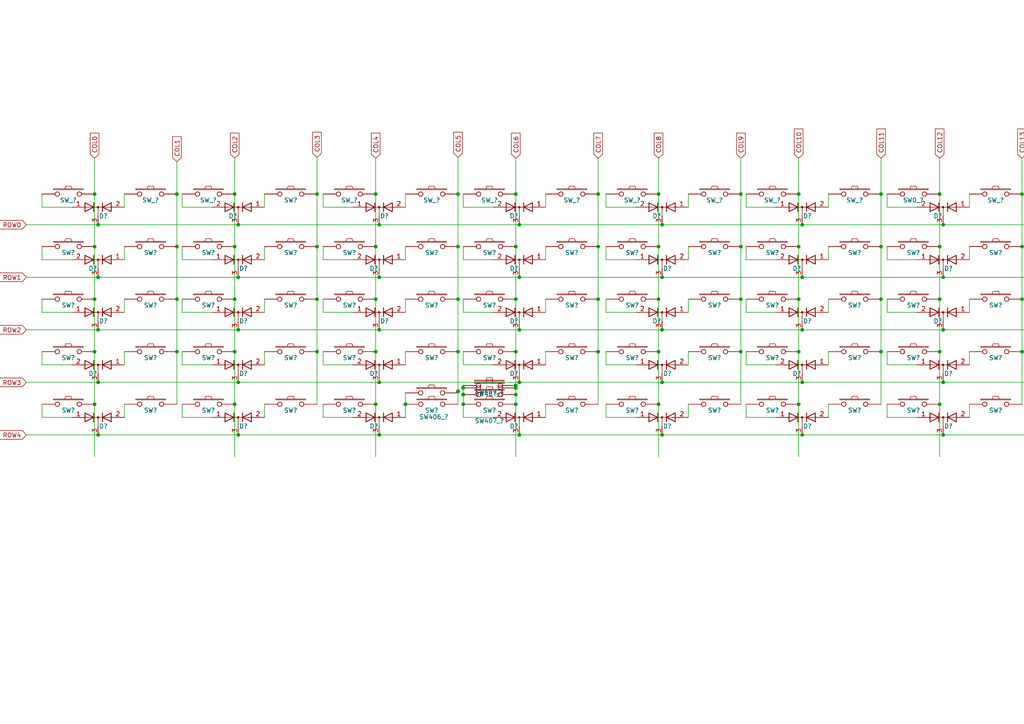
<source format=kicad_sch>
(kicad_sch (version 20211123) (generator eeschema)
  (paper "A4")
  (lib_symbols
    (symbol "Diode:BAV70" (pin_names (offset 0.762) hide)
      (property "Reference" "D" (at 0.635 -2.54 0))
      (property "Value" "BAV70" (at 0 2.54 0))
      (symbol "BAV70_0_1"
        (polyline (pts (xy -3.81 0) (xy 3.81 0)))
        (polyline (pts (xy 0 0) (xy 0 -2.54)))
        (polyline (pts (xy -1.27 -1.27) (xy -1.27 1.27) (xy -1.27 1.27)) (stroke (width 0.254)))
        (polyline (pts (xy 1.27 -1.27) (xy 1.27 1.27) (xy 1.27 1.27)) (stroke (width 0.254)))
        (polyline (pts (xy -3.81 1.27) (xy -1.27 0) (xy -3.81 -1.27) (xy -3.81 1.27) (xy -3.81 1.27) (xy -3.81 1.27)) (stroke (width 0.254)))
        (polyline (pts (xy 3.81 -1.27) (xy 1.27 0) (xy 3.81 1.27) (xy 3.81 -1.27) (xy 3.81 -1.27) (xy 3.81 -1.27)) (stroke (width 0.254)))
        (circle (center 0 0) (radius 0.254) (fill (type outline)))
        (pin passive line (at -7.62 0 0) (length 3.81) (name "A") (number "1"))
        (pin passive line (at 7.62 0 180) (length 3.81) (name "A") (number "2"))
        (pin passive line (at 0 -5.08 90) (length 2.54) (name "K") (number "3"))
      )
    )
    (symbol "cipulot_parts:SW_PUSH" (pin_numbers hide) (pin_names (offset 1.016) hide)
      (property "Reference" "SW" (at 3.81 2.794 0))
      (property "Value" "SW_PUSH" (at 0 -2.032 0))
      (symbol "SW_PUSH_0_1"
        (rectangle (start -4.318 1.27) (end 4.318 1.524))
        (polyline (pts (xy -1.016 1.524) (xy -0.762 2.286) (xy 0.762 2.286) (xy 1.016 1.524)))
        (pin passive inverted (at -7.62 0 0) (length 5.08) (name "1") (number "1"))
        (pin passive inverted (at 7.62 0 180) (length 5.08) (name "2") (number "2"))
      )
    )
  )
  (junction (at 232.664 126.1364))
  (junction (at 192.024 65.1764))
  (junction (at 109.982 126.1364))
  (junction (at 232.664 110.8964))
  (junction (at 109.982 80.4164))
  (junction (at 28.448 80.4164))
  (junction (at 28.448 126.1364))
  (junction (at 149.606 71.5264))
  (junction (at 191.008 86.7664))
  (junction (at 91.948 71.5264))
  (junction (at 108.966 56.2864))
  (junction (at 134.3914 114.4524))
  (junction (at 255.524 71.5264))
  (junction (at 27.432 86.7664))
  (junction (at 109.982 95.6564))
  (junction (at 192.024 110.8964))
  (junction (at 28.448 110.8964))
  (junction (at 273.558 65.1764))
  (junction (at 108.966 117.2464))
  (junction (at 149.606 114.4524))
  (junction (at 191.008 56.2864))
  (junction (at 272.542 117.2464))
  (junction (at 69.088 110.8964))
  (junction (at 173.482 71.5264))
  (junction (at 28.448 65.1764))
  (junction (at 27.432 56.2864))
  (junction (at 214.884 102.0064))
  (junction (at 108.966 102.0064))
  (junction (at 108.966 86.7664))
  (junction (at 173.482 102.0064))
  (junction (at 69.088 80.4164))
  (junction (at 296.418 56.2864))
  (junction (at 68.072 86.7664))
  (junction (at 231.648 117.2464))
  (junction (at 149.606 111.8108))
  (junction (at 134.366 114.4524))
  (junction (at 51.308 86.7664))
  (junction (at 27.432 71.5264))
  (junction (at 134.3152 112.4966))
  (junction (at 214.884 56.2864))
  (junction (at 255.524 102.0064))
  (junction (at 149.606 102.0064))
  (junction (at 313.182 56.2864))
  (junction (at 150.622 80.4164))
  (junction (at 149.5552 111.8108))
  (junction (at 132.842 86.7664))
  (junction (at 132.842 102.0064))
  (junction (at 173.482 86.7664))
  (junction (at 150.622 95.6564))
  (junction (at 296.418 102.0064))
  (junction (at 273.558 95.6564))
  (junction (at 231.648 71.5264))
  (junction (at 91.948 102.0064))
  (junction (at 108.966 71.5264))
  (junction (at 273.558 126.1364))
  (junction (at 134.3406 114.4524))
  (junction (at 231.648 56.2864))
  (junction (at 191.008 102.0064))
  (junction (at 68.072 71.5264))
  (junction (at 273.558 110.8964))
  (junction (at 132.842 71.5264))
  (junction (at 149.606 117.2464))
  (junction (at 255.524 56.2864))
  (junction (at 132.842 56.2864))
  (junction (at 191.008 117.2464))
  (junction (at 134.366 117.2464))
  (junction (at 214.884 71.5264))
  (junction (at 69.088 65.1764))
  (junction (at 149.606 56.2864))
  (junction (at 231.648 86.7664))
  (junction (at 273.558 80.4164))
  (junction (at 51.308 71.5264))
  (junction (at 231.648 102.0064))
  (junction (at 149.5806 112.4966))
  (junction (at 69.088 126.1364))
  (junction (at 150.622 110.8964))
  (junction (at 149.606 86.7664))
  (junction (at 149.606 112.4966))
  (junction (at 68.072 56.2864))
  (junction (at 132.8166 113.4872))
  (junction (at 69.088 95.6564))
  (junction (at 51.308 102.0064))
  (junction (at 91.948 56.2864))
  (junction (at 117.5766 117.2464))
  (junction (at 68.072 117.2464))
  (junction (at 109.982 110.8964))
  (junction (at 91.948 86.7664))
  (junction (at 51.308 56.2864))
  (junction (at 150.622 65.1764))
  (junction (at 214.884 86.7664))
  (junction (at 313.182 71.5264))
  (junction (at 134.3406 112.4966))
  (junction (at 272.542 86.7664))
  (junction (at 272.542 56.2864))
  (junction (at 173.482 56.2864))
  (junction (at 192.024 80.4164))
  (junction (at 109.982 65.1764))
  (junction (at 192.024 95.6564))
  (junction (at 191.008 71.5264))
  (junction (at 68.072 102.0064))
  (junction (at 27.432 117.2464))
  (junction (at 27.432 102.0064))
  (junction (at 232.664 65.1764))
  (junction (at 117.602 117.2464))
  (junction (at 272.542 102.0064))
  (junction (at 150.622 126.1364))
  (junction (at 272.542 71.5264))
  (junction (at 232.664 95.6564))
  (junction (at 296.418 86.7664))
  (junction (at 132.842 113.4872))
  (junction (at 255.524 86.7664))
  (junction (at 313.182 86.7664))
  (junction (at 313.182 102.0064))
  (junction (at 192.024 126.1364))
  (junction (at 232.664 80.4164))
  (junction (at 28.448 95.6564))
  (junction (at 296.418 71.5264))
  (junction (at 313.182 117.2464))
  (wire (pts (xy 297.942 102.0064) (xy 297.942 105.8164)))
  (wire (pts (xy 117.5766 113.9444) (xy 117.5766 117.2464)))
  (wire (pts (xy 297.942 56.2864) (xy 297.942 60.0964)))
  (wire (pts (xy 93.726 102.0064) (xy 93.726 105.8164)))
  (wire (pts (xy 93.726 71.5264) (xy 93.726 75.3364)))
  (wire (pts (xy 216.408 75.3364) (xy 225.044 75.3364)))
  (wire (pts (xy 149.5552 111.8108) (xy 149.606 111.8108)))
  (wire (pts (xy 149.5806 112.4966) (xy 149.606 112.4966)))
  (wire (pts (xy 117.602 71.5264) (xy 117.602 75.3364)))
  (wire (pts (xy 216.408 90.5764) (xy 225.044 90.5764)))
  (wire (pts (xy 273.558 126.1364) (xy 314.198 126.1364)))
  (wire (pts (xy 216.408 56.2864) (xy 216.408 60.0964)))
  (wire (pts (xy 150.622 110.8964) (xy 192.024 110.8964)))
  (wire (pts (xy 68.072 45.8724) (xy 68.072 56.2864)))
  (wire (pts (xy 175.768 105.8164) (xy 184.404 105.8164)))
  (wire (pts (xy 27.432 117.2464) (xy 27.432 132.4864)))
  (wire (pts (xy 52.832 86.7664) (xy 52.832 90.5764)))
  (wire (pts (xy 199.644 86.7664) (xy 199.644 90.5764)))
  (wire (pts (xy 191.008 102.0064) (xy 191.008 117.2464)))
  (wire (pts (xy 231.648 56.2864) (xy 231.648 71.5264)))
  (wire (pts (xy 255.524 56.2864) (xy 255.524 71.5264)))
  (wire (pts (xy 117.5766 117.2464) (xy 117.602 117.2464)))
  (wire (pts (xy 28.448 110.8964) (xy 69.088 110.8964)))
  (wire (pts (xy 150.622 126.1364) (xy 192.024 126.1364)))
  (wire (pts (xy 28.448 126.1364) (xy 69.088 126.1364)))
  (wire (pts (xy 132.842 102.0064) (xy 132.842 113.4872)))
  (wire (pts (xy 296.418 102.0064) (xy 296.418 117.2464)))
  (wire (pts (xy 216.408 105.8164) (xy 225.044 105.8164)))
  (wire (pts (xy 52.832 102.0064) (xy 52.832 105.8164)))
  (wire (pts (xy 52.832 56.2864) (xy 52.832 60.0964)))
  (wire (pts (xy 281.178 86.7664) (xy 281.178 90.5764)))
  (wire (pts (xy 134.366 102.0064) (xy 134.366 105.8164)))
  (wire (pts (xy 214.884 71.5264) (xy 214.884 86.7664)))
  (wire (pts (xy 158.242 71.5264) (xy 158.242 75.3364)))
  (wire (pts (xy 69.088 110.8964) (xy 109.982 110.8964)))
  (wire (pts (xy 257.302 102.0064) (xy 257.302 105.8164)))
  (wire (pts (xy 232.664 65.1764) (xy 273.558 65.1764)))
  (wire (pts (xy 27.432 45.8724) (xy 27.432 56.2864)))
  (wire (pts (xy 27.432 56.2864) (xy 27.432 71.5264)))
  (wire (pts (xy 199.644 102.0064) (xy 199.644 105.8164)))
  (wire (pts (xy 313.182 71.5264) (xy 313.182 86.7664)))
  (wire (pts (xy 134.366 105.8164) (xy 143.002 105.8164)))
  (wire (pts (xy 108.966 45.8724) (xy 108.966 56.2864)))
  (wire (pts (xy 51.308 56.2864) (xy 51.308 71.5264)))
  (wire (pts (xy 93.726 90.5764) (xy 102.362 90.5764)))
  (wire (pts (xy 257.302 86.7664) (xy 257.302 90.5764)))
  (wire (pts (xy 52.832 71.5264) (xy 52.832 75.3364)))
  (wire (pts (xy 149.606 56.2864) (xy 149.606 71.5264)))
  (wire (pts (xy 214.884 86.7664) (xy 214.884 102.0064)))
  (wire (pts (xy 191.008 45.8724) (xy 191.008 56.2864)))
  (wire (pts (xy 216.408 71.5264) (xy 216.408 75.3364)))
  (wire (pts (xy 76.708 117.2464) (xy 76.708 121.0564)))
  (wire (pts (xy 51.308 71.5264) (xy 51.308 86.7664)))
  (wire (pts (xy 108.966 56.2864) (xy 108.966 71.5264)))
  (wire (pts (xy 132.842 45.6184) (xy 132.842 56.2864)))
  (wire (pts (xy 132.842 86.7664) (xy 132.842 102.0064)))
  (wire (pts (xy 192.024 110.8964) (xy 232.664 110.8964)))
  (wire (pts (xy 255.524 71.5264) (xy 255.524 86.7664)))
  (wire (pts (xy 28.448 95.6564) (xy 69.088 95.6564)))
  (wire (pts (xy 199.644 117.2464) (xy 199.644 121.0564)))
  (wire (pts (xy 134.366 114.4524) (xy 134.366 117.2464)))
  (wire (pts (xy 199.644 71.5264) (xy 199.644 75.3364)))
  (wire (pts (xy 175.768 71.5264) (xy 175.768 75.3364)))
  (wire (pts (xy 36.068 56.2864) (xy 36.068 60.0964)))
  (wire (pts (xy 273.558 95.6564) (xy 314.198 95.6564)))
  (wire (pts (xy 192.024 126.1364) (xy 232.664 126.1364)))
  (wire (pts (xy 175.768 90.5764) (xy 184.404 90.5764)))
  (wire (pts (xy 36.068 86.7664) (xy 36.068 90.5764)))
  (wire (pts (xy 91.948 102.0064) (xy 91.948 117.2464)))
  (wire (pts (xy 108.966 117.2464) (xy 108.966 132.4864)))
  (wire (pts (xy 257.302 117.2464) (xy 257.302 121.0564)))
  (wire (pts (xy 313.182 117.2464) (xy 313.182 132.4864)))
  (wire (pts (xy 191.008 71.5264) (xy 191.008 86.7664)))
  (wire (pts (xy 117.602 56.2864) (xy 117.602 60.0964)))
  (wire (pts (xy 27.432 71.5264) (xy 27.432 86.7664)))
  (wire (pts (xy 273.558 110.8964) (xy 314.198 110.8964)))
  (wire (pts (xy 297.942 105.8164) (xy 306.578 105.8164)))
  (wire (pts (xy 257.302 90.5764) (xy 265.938 90.5764)))
  (wire (pts (xy 91.948 86.7664) (xy 91.948 102.0064)))
  (wire (pts (xy 149.606 86.7664) (xy 149.606 102.0064)))
  (wire (pts (xy 132.842 113.4872) (xy 132.842 117.2464)))
  (wire (pts (xy 297.942 86.7664) (xy 297.942 90.5764)))
  (wire (pts (xy 132.8166 113.4872) (xy 132.842 113.4872)))
  (wire (pts (xy 68.072 117.2464) (xy 68.072 132.4864)))
  (wire (pts (xy 175.768 75.3364) (xy 184.404 75.3364)))
  (wire (pts (xy 134.3406 114.4524) (xy 134.366 114.4524)))
  (wire (pts (xy 149.606 71.5264) (xy 149.606 86.7664)))
  (wire (pts (xy 149.606 117.2464) (xy 149.606 132.4864)))
  (wire (pts (xy 69.088 126.1364) (xy 109.982 126.1364)))
  (wire (pts (xy 281.178 56.2864) (xy 281.178 60.0964)))
  (wire (pts (xy 216.408 121.0564) (xy 225.044 121.0564)))
  (wire (pts (xy 281.178 117.2464) (xy 281.178 121.0564)))
  (wire (pts (xy 132.842 71.5264) (xy 132.842 86.7664)))
  (wire (pts (xy 173.482 71.5264) (xy 173.482 86.7664)))
  (wire (pts (xy 272.542 56.2864) (xy 272.542 71.5264)))
  (wire (pts (xy 231.648 86.7664) (xy 231.648 102.0064)))
  (wire (pts (xy 175.768 121.0564) (xy 184.404 121.0564)))
  (wire (pts (xy 313.182 56.2864) (xy 313.182 71.5264)))
  (wire (pts (xy 232.664 110.8964) (xy 273.558 110.8964)))
  (wire (pts (xy 175.768 102.0064) (xy 175.768 105.8164)))
  (wire (pts (xy 231.648 117.2464) (xy 231.648 132.4864)))
  (wire (pts (xy 108.966 86.7664) (xy 108.966 102.0064)))
  (wire (pts (xy 272.542 86.7664) (xy 272.542 102.0064)))
  (wire (pts (xy 150.622 65.1764) (xy 192.024 65.1764)))
  (wire (pts (xy 313.182 45.8724) (xy 313.182 56.2864)))
  (wire (pts (xy 93.726 56.2864) (xy 93.726 60.0964)))
  (wire (pts (xy 240.284 117.2464) (xy 240.284 121.0564)))
  (wire (pts (xy 216.408 60.0964) (xy 225.044 60.0964)))
  (wire (pts (xy 297.942 121.0564) (xy 306.578 121.0564)))
  (wire (pts (xy 76.708 86.7664) (xy 76.708 90.5764)))
  (wire (pts (xy 12.192 86.7664) (xy 12.192 90.5764)))
  (wire (pts (xy 68.072 102.0064) (xy 68.072 117.2464)))
  (wire (pts (xy 232.664 80.4164) (xy 273.558 80.4164)))
  (wire (pts (xy 108.966 102.0064) (xy 108.966 117.2464)))
  (wire (pts (xy 134.3152 112.4966) (xy 134.3406 112.4966)))
  (wire (pts (xy 109.982 95.6564) (xy 150.622 95.6564)))
  (wire (pts (xy 68.072 56.2864) (xy 68.072 71.5264)))
  (wire (pts (xy 52.832 121.0564) (xy 61.468 121.0564)))
  (wire (pts (xy 191.008 117.2464) (xy 191.008 132.4864)))
  (wire (pts (xy 52.832 105.8164) (xy 61.468 105.8164)))
  (wire (pts (xy 192.024 95.6564) (xy 232.664 95.6564)))
  (wire (pts (xy 257.302 105.8164) (xy 265.938 105.8164)))
  (wire (pts (xy 69.088 80.4164) (xy 109.982 80.4164)))
  (wire (pts (xy 134.3406 112.4966) (xy 134.3406 114.4524)))
  (wire (pts (xy 150.622 80.4164) (xy 192.024 80.4164)))
  (wire (pts (xy 175.768 56.2864) (xy 175.768 60.0964)))
  (wire (pts (xy 7.62 65.1764) (xy 28.448 65.1764)))
  (wire (pts (xy 313.182 102.0064) (xy 313.182 117.2464)))
  (wire (pts (xy 296.418 56.2864) (xy 296.418 71.5264)))
  (wire (pts (xy 216.408 86.7664) (xy 216.408 90.5764)))
  (wire (pts (xy 232.664 95.6564) (xy 273.558 95.6564)))
  (wire (pts (xy 93.726 75.3364) (xy 102.362 75.3364)))
  (wire (pts (xy 52.832 75.3364) (xy 61.468 75.3364)))
  (wire (pts (xy 214.884 56.2864) (xy 214.884 45.8724)))
  (wire (pts (xy 134.366 75.3364) (xy 143.002 75.3364)))
  (wire (pts (xy 51.308 102.0064) (xy 51.308 117.2464)))
  (wire (pts (xy 134.3152 111.8108) (xy 134.3152 112.4966)))
  (wire (pts (xy 214.884 56.2864) (xy 214.884 71.5264)))
  (wire (pts (xy 93.726 86.7664) (xy 93.726 90.5764)))
  (wire (pts (xy 192.024 65.1764) (xy 232.664 65.1764)))
  (wire (pts (xy 7.62 80.4164) (xy 28.448 80.4164)))
  (wire (pts (xy 134.366 56.2864) (xy 134.366 60.0964)))
  (wire (pts (xy 257.302 71.5264) (xy 257.302 75.3364)))
  (wire (pts (xy 216.408 102.0064) (xy 216.408 105.8164)))
  (wire (pts (xy 158.242 86.7664) (xy 158.242 90.5764)))
  (wire (pts (xy 7.62 110.8964) (xy 28.448 110.8964)))
  (wire (pts (xy 134.366 86.7664) (xy 134.366 90.5764)))
  (wire (pts (xy 117.602 102.0064) (xy 117.602 105.8164)))
  (wire (pts (xy 93.726 60.0964) (xy 102.362 60.0964)))
  (wire (pts (xy 158.242 56.2864) (xy 158.242 60.0964)))
  (wire (pts (xy 173.482 56.2864) (xy 173.482 71.5264)))
  (wire (pts (xy 109.982 65.1764) (xy 150.622 65.1764)))
  (wire (pts (xy 12.192 121.0564) (xy 20.828 121.0564)))
  (wire (pts (xy 257.302 75.3364) (xy 265.938 75.3364)))
  (wire (pts (xy 240.284 56.2864) (xy 240.284 60.0964)))
  (wire (pts (xy 173.482 102.0064) (xy 173.482 117.2464)))
  (wire (pts (xy 93.726 117.2464) (xy 93.726 121.0564)))
  (wire (pts (xy 91.948 71.5264) (xy 91.948 86.7664)))
  (wire (pts (xy 199.644 56.2864) (xy 199.644 60.0964)))
  (wire (pts (xy 36.068 102.0064) (xy 36.068 105.8164)))
  (wire (pts (xy 281.178 102.0064) (xy 281.178 105.8164)))
  (wire (pts (xy 240.284 102.0064) (xy 240.284 105.8164)))
  (wire (pts (xy 134.366 71.5264) (xy 134.366 75.3364)))
  (wire (pts (xy 149.606 111.8108) (xy 149.606 112.4966)))
  (wire (pts (xy 149.606 114.4524) (xy 149.606 117.2464)))
  (wire (pts (xy 134.366 121.0564) (xy 143.002 121.0564)))
  (wire (pts (xy 134.366 117.2464) (xy 134.366 121.0564)))
  (wire (pts (xy 297.942 90.5764) (xy 306.578 90.5764)))
  (wire (pts (xy 173.482 45.8724) (xy 173.482 56.2864)))
  (wire (pts (xy 91.948 45.6184) (xy 91.948 56.2864)))
  (wire (pts (xy 175.768 60.0964) (xy 184.404 60.0964)))
  (wire (pts (xy 91.948 56.2864) (xy 91.948 71.5264)))
  (wire (pts (xy 272.542 45.8724) (xy 272.542 56.2864)))
  (wire (pts (xy 232.664 126.1364) (xy 273.558 126.1364)))
  (wire (pts (xy 27.432 86.7664) (xy 27.432 102.0064)))
  (wire (pts (xy 175.768 117.2464) (xy 175.768 121.0564)))
  (wire (pts (xy 108.966 71.5264) (xy 108.966 86.7664)))
  (wire (pts (xy 255.524 86.7664) (xy 255.524 102.0064)))
  (wire (pts (xy 12.192 75.3364) (xy 20.828 75.3364)))
  (wire (pts (xy 297.942 117.2464) (xy 297.942 121.0564)))
  (wire (pts (xy 109.982 80.4164) (xy 150.622 80.4164)))
  (wire (pts (xy 313.182 86.7664) (xy 313.182 102.0064)))
  (wire (pts (xy 297.942 71.5264) (xy 297.942 75.3364)))
  (wire (pts (xy 150.622 95.6564) (xy 192.024 95.6564)))
  (wire (pts (xy 134.366 114.4524) (xy 134.3914 114.4524)))
  (wire (pts (xy 12.192 117.2464) (xy 12.192 121.0564)))
  (wire (pts (xy 175.768 86.7664) (xy 175.768 90.5764)))
  (wire (pts (xy 296.418 86.7664) (xy 296.418 102.0064)))
  (wire (pts (xy 76.708 56.2864) (xy 76.708 60.0964)))
  (wire (pts (xy 272.542 117.2464) (xy 272.542 132.4864)))
  (wire (pts (xy 296.418 71.5264) (xy 296.418 86.7664)))
  (wire (pts (xy 52.832 90.5764) (xy 61.468 90.5764)))
  (wire (pts (xy 255.524 56.2864) (xy 255.524 45.8724)))
  (wire (pts (xy 216.408 117.2464) (xy 216.408 121.0564)))
  (wire (pts (xy 76.708 102.0064) (xy 76.708 105.8164)))
  (wire (pts (xy 273.558 65.1764) (xy 314.198 65.1764)))
  (wire (pts (xy 191.008 86.7664) (xy 191.008 102.0064)))
  (wire (pts (xy 69.088 65.1764) (xy 109.982 65.1764)))
  (wire (pts (xy 12.192 102.0064) (xy 12.192 105.8164)))
  (wire (pts (xy 36.068 71.5264) (xy 36.068 75.3364)))
  (wire (pts (xy 240.284 86.7664) (xy 240.284 90.5764)))
  (wire (pts (xy 52.832 117.2464) (xy 52.832 121.0564)))
  (wire (pts (xy 257.302 121.0564) (xy 265.938 121.0564)))
  (wire (pts (xy 214.884 102.0064) (xy 214.884 117.2464)))
  (wire (pts (xy 240.284 71.5264) (xy 240.284 75.3364)))
  (wire (pts (xy 51.308 86.7664) (xy 51.308 102.0064)))
  (wire (pts (xy 231.648 102.0064) (xy 231.648 117.2464)))
  (wire (pts (xy 68.072 71.5264) (xy 68.072 86.7664)))
  (wire (pts (xy 191.008 56.2864) (xy 191.008 71.5264)))
  (wire (pts (xy 273.558 80.4164) (xy 314.198 80.4164)))
  (wire (pts (xy 12.192 71.5264) (xy 12.192 75.3364)))
  (wire (pts (xy 134.366 60.0964) (xy 143.002 60.0964)))
  (wire (pts (xy 109.982 126.1364) (xy 150.622 126.1364)))
  (wire (pts (xy 257.302 56.2864) (xy 257.302 60.0964)))
  (wire (pts (xy 272.542 102.0064) (xy 272.542 117.2464)))
  (wire (pts (xy 12.192 90.5764) (xy 20.828 90.5764)))
  (wire (pts (xy 68.072 86.7664) (xy 68.072 102.0064)))
  (wire (pts (xy 132.842 56.2864) (xy 132.842 71.5264)))
  (wire (pts (xy 149.606 112.4966) (xy 149.606 114.4524)))
  (wire (pts (xy 231.648 45.8724) (xy 231.648 56.2864)))
  (wire (pts (xy 281.178 71.5264) (xy 281.178 75.3364)))
  (wire (pts (xy 12.192 105.8164) (xy 20.828 105.8164)))
  (wire (pts (xy 27.432 102.0064) (xy 27.432 117.2464)))
  (wire (pts (xy 149.606 45.8724) (xy 149.606 56.2864)))
  (wire (pts (xy 76.708 71.5264) (xy 76.708 75.3364)))
  (wire (pts (xy 12.192 56.2864) (xy 12.192 60.0964)))
  (wire (pts (xy 7.62 95.6564) (xy 28.448 95.6564)))
  (wire (pts (xy 257.302 60.0964) (xy 265.938 60.0964)))
  (wire (pts (xy 231.648 71.5264) (xy 231.648 86.7664)))
  (wire (pts (xy 93.726 105.8164) (xy 102.362 105.8164)))
  (wire (pts (xy 272.542 71.5264) (xy 272.542 86.7664)))
  (wire (pts (xy 255.524 102.0064) (xy 255.524 117.2464)))
  (wire (pts (xy 36.068 117.2464) (xy 36.068 121.0564)))
  (wire (pts (xy 192.024 80.4164) (xy 232.664 80.4164)))
  (wire (pts (xy 149.606 102.0064) (xy 149.606 111.8108)))
  (wire (pts (xy 7.62 126.1364) (xy 28.448 126.1364)))
  (wire (pts (xy 134.366 90.5764) (xy 143.002 90.5764)))
  (wire (pts (xy 28.448 80.4164) (xy 69.088 80.4164)))
  (wire (pts (xy 28.448 65.1764) (xy 69.088 65.1764)))
  (wire (pts (xy 51.308 46.8884) (xy 51.308 56.2864)))
  (wire (pts (xy 297.942 60.0964) (xy 306.578 60.0964)))
  (wire (pts (xy 297.942 75.3364) (xy 306.578 75.3364)))
  (wire (pts (xy 117.602 117.2464) (xy 117.602 121.0564)))
  (wire (pts (xy 52.832 60.0964) (xy 61.468 60.0964)))
  (wire (pts (xy 173.482 86.7664) (xy 173.482 102.0064)))
  (wire (pts (xy 158.242 117.2464) (xy 158.242 121.0564)))
  (wire (pts (xy 132.8166 113.9444) (xy 132.8166 113.4872)))
  (wire (pts (xy 109.982 110.8964) (xy 150.622 110.8964)))
  (wire (pts (xy 158.242 102.0064) (xy 158.242 105.8164)))
  (wire (pts (xy 69.088 95.6564) (xy 109.982 95.6564)))
  (wire (pts (xy 117.602 86.7664) (xy 117.602 90.5764)))
  (wire (pts (xy 296.418 56.2864) (xy 296.418 45.8724)))
  (wire (pts (xy 12.192 60.0964) (xy 20.828 60.0964)))
  (wire (pts (xy 93.726 121.0564) (xy 102.362 121.0564)))
  (global_label "COL7" (shape input) (at 173.482 45.8724 90) (property "Intersheet References" "${INTERSHEET_REFS}" (effects hide)))
  (global_label "COL2" (shape input) (at 68.072 45.8724 90) (property "Intersheet References" "${INTERSHEET_REFS}" (effects hide)))
  (global_label "COL12" (shape input) (at 272.542 45.8724 90) (property "Intersheet References" "${INTERSHEET_REFS}" (effects hide)))
  (global_label "ROW1" (shape input) (at 7.62 80.4164 180) (property "Intersheet References" "${INTERSHEET_REFS}" (effects hide)))
  (global_label "COL4" (shape input) (at 108.966 45.8724 90) (property "Intersheet References" "${INTERSHEET_REFS}" (effects hide)))
  (global_label "COL11" (shape input) (at 255.524 45.8724 90) (property "Intersheet References" "${INTERSHEET_REFS}" (effects hide)))
  (global_label "COL3" (shape input) (at 91.948 45.6184 90) (property "Intersheet References" "${INTERSHEET_REFS}" (effects hide)))
  (global_label "ROW0" (shape input) (at 7.62 65.1764 180) (property "Intersheet References" "${INTERSHEET_REFS}" (effects hide)))
  (global_label "COL0" (shape input) (at 27.432 45.8724 90) (property "Intersheet References" "${INTERSHEET_REFS}" (effects hide)))
  (global_label "COL9" (shape input) (at 214.884 45.8724 90) (property "Intersheet References" "${INTERSHEET_REFS}" (effects hide)))
  (global_label "COL6" (shape input) (at 149.606 45.8724 90) (property "Intersheet References" "${INTERSHEET_REFS}" (effects hide)))
  (global_label "COL14" (shape input) (at 313.182 45.8724 90) (property "Intersheet References" "${INTERSHEET_REFS}" (effects hide)))
  (global_label "COL13" (shape input) (at 296.418 45.8724 90) (property "Intersheet References" "${INTERSHEET_REFS}" (effects hide)))
  (global_label "ROW4" (shape input) (at 7.62 126.1364 180) (property "Intersheet References" "${INTERSHEET_REFS}" (effects hide)))
  (global_label "COL1" (shape input) (at 51.308 46.8884 90) (property "Intersheet References" "${INTERSHEET_REFS}" (effects hide)))
  (global_label "COL5" (shape input) (at 132.842 45.6184 90) (property "Intersheet References" "${INTERSHEET_REFS}" (effects hide)))
  (global_label "COL8" (shape input) (at 191.008 45.8724 90) (property "Intersheet References" "${INTERSHEET_REFS}" (effects hide)))
  (global_label "COL10" (shape input) (at 231.648 45.8724 90) (property "Intersheet References" "${INTERSHEET_REFS}" (effects hide)))
  (global_label "ROW3" (shape input) (at 7.62 110.8964 180) (property "Intersheet References" "${INTERSHEET_REFS}" (effects hide)))
  (global_label "ROW2" (shape input) (at 7.62 95.6564 180) (property "Intersheet References" "${INTERSHEET_REFS}" (effects hide)))
  (symbol (lib_id "cipulot_parts:SW_PUSH") (at 207.264 86.7664 0) (unit 1)
    (property "Reference" "SW?" (at 207.264 88.5444 0))
  )
  (symbol (lib_id "Diode:BAV70") (at 232.664 90.5764 0) (unit 1)
    (property "Reference" "D?" (at 234.188 93.1164 0))
    (property "Datasheet" "https://assets.nexperia.com/documents/data-sheet/BAV70_SER.pdf" (effects hide))
  )
  (symbol (lib_id "cipulot_parts:SW_PUSH") (at 247.904 102.0064 0) (unit 1)
    (property "Reference" "SW?" (at 247.904 103.7844 0))
  )
  (symbol (lib_id "cipulot_parts:SW_PUSH") (at 264.922 56.2864 0) (unit 1)
    (property "Reference" "SW0_?" (at 264.922 58.0644 0))
  )
  (symbol (lib_id "cipulot_parts:SW_PUSH") (at 305.562 71.5264 0) (unit 1)
    (property "Reference" "SW?" (at 305.562 73.3044 0))
  )
  (symbol (lib_id "cipulot_parts:SW_PUSH") (at 165.862 56.2864 0) (unit 1)
    (property "Reference" "SW_?" (at 165.862 58.0644 0))
  )
  (symbol (lib_id "cipulot_parts:SW_PUSH") (at 125.222 71.5264 0) (unit 1)
    (property "Reference" "SW?" (at 125.222 73.3044 0))
  )
  (symbol (lib_id "cipulot_parts:SW_PUSH") (at 43.688 71.5264 0) (unit 1)
    (property "Reference" "SW?" (at 43.688 73.3044 0))
  )
  (symbol (lib_id "cipulot_parts:SW_PUSH") (at 207.264 102.0064 0) (unit 1)
    (property "Reference" "SW?" (at 207.264 103.7844 0))
  )
  (symbol (lib_id "cipulot_parts:SW_PUSH") (at 141.986 114.4524 0) (unit 1)
    (property "Reference" "SW407_?" (at 141.986 122.0724 0))
  )
  (symbol (lib_id "cipulot_parts:SW_PUSH") (at 19.812 117.2464 0) (unit 1)
    (property "Reference" "SW?" (at 19.812 119.0244 0))
  )
  (symbol (lib_id "Diode:BAV70") (at 192.024 105.8164 0) (unit 1)
    (property "Reference" "D?" (at 193.548 108.3564 0))
    (property "Datasheet" "https://assets.nexperia.com/documents/data-sheet/BAV70_SER.pdf" (effects hide))
  )
  (symbol (lib_id "cipulot_parts:SW_PUSH") (at 43.688 117.2464 0) (unit 1)
    (property "Reference" "SW?" (at 43.688 119.0244 0))
  )
  (symbol (lib_id "cipulot_parts:SW_PUSH") (at 247.904 71.5264 0) (unit 1)
    (property "Reference" "SW?" (at 247.904 73.3044 0))
  )
  (symbol (lib_id "Diode:BAV70") (at 273.558 90.5764 0) (mirror y) (unit 1)
    (property "Reference" "D?" (at 272.034 93.1164 0))
    (property "Datasheet" "https://assets.nexperia.com/documents/data-sheet/BAV70_SER.pdf" (effects hide))
  )
  (symbol (lib_id "Diode:BAV70") (at 28.448 60.0964 0) (unit 1)
    (property "Reference" "D?" (at 29.972 62.6364 0))
    (property "Datasheet" "https://assets.nexperia.com/documents/data-sheet/BAV70_SER.pdf" (effects hide))
  )
  (symbol (lib_id "Diode:BAV70") (at 273.558 121.0564 0) (unit 1)
    (property "Reference" "D?" (at 275.082 123.5964 0))
    (property "Datasheet" "https://assets.nexperia.com/documents/data-sheet/BAV70_SER.pdf" (effects hide))
  )
  (symbol (lib_id "cipulot_parts:SW_PUSH") (at 247.904 86.7664 0) (unit 1)
    (property "Reference" "SW?" (at 247.904 88.5444 0))
  )
  (symbol (lib_id "cipulot_parts:SW_PUSH") (at 125.222 117.2464 0) (unit 1)
    (property "Reference" "SW?" (at 125.222 119.0244 0))
  )
  (symbol (lib_id "cipulot_parts:SW_PUSH") (at 101.346 117.2464 0) (unit 1)
    (property "Reference" "SW?" (at 101.346 119.0244 0))
  )
  (symbol (lib_id "cipulot_parts:SW_PUSH") (at 165.862 117.2464 0) (unit 1)
    (property "Reference" "SW?" (at 165.862 119.0244 0))
  )
  (symbol (lib_id "Diode:BAV70") (at 109.982 105.8164 0) (mirror y) (unit 1)
    (property "Reference" "D?" (at 108.458 108.3564 0))
    (property "Datasheet" "https://assets.nexperia.com/documents/data-sheet/BAV70_SER.pdf" (effects hide))
  )
  (symbol (lib_id "cipulot_parts:SW_PUSH") (at 183.388 117.2464 0) (unit 1)
    (property "Reference" "SW?" (at 183.388 119.0244 0))
  )
  (symbol (lib_id "cipulot_parts:SW_PUSH") (at 141.986 102.0064 0) (unit 1)
    (property "Reference" "SW?" (at 141.986 103.7844 0))
  )
  (symbol (lib_id "cipulot_parts:SW_PUSH") (at 19.812 56.2864 0) (unit 1)
    (property "Reference" "SW_?" (at 19.812 58.0644 0))
  )
  (symbol (lib_id "cipulot_parts:SW_PUSH") (at 43.688 56.2864 0) (unit 1)
    (property "Reference" "SW_?" (at 43.688 58.0644 0))
  )
  (symbol (lib_id "cipulot_parts:SW_PUSH") (at 183.388 71.5264 0) (unit 1)
    (property "Reference" "SW?" (at 183.388 73.3044 0))
  )
  (symbol (lib_id "Diode:BAV70") (at 150.622 75.3364 0) (mirror y) (unit 1)
    (property "Reference" "D?" (at 149.098 77.8764 0))
    (property "Datasheet" "https://assets.nexperia.com/documents/data-sheet/BAV70_SER.pdf" (effects hide))
  )
  (symbol (lib_id "Diode:BAV70") (at 109.982 121.0564 0) (mirror y) (unit 1)
    (property "Reference" "D?" (at 108.458 123.5964 0))
    (property "Datasheet" "https://assets.nexperia.com/documents/data-sheet/BAV70_SER.pdf" (effects hide))
  )
  (symbol (lib_id "Diode:BAV70") (at 192.024 75.3364 0) (unit 1)
    (property "Reference" "D?" (at 193.548 77.8764 0))
    (property "Datasheet" "https://assets.nexperia.com/documents/data-sheet/BAV70_SER.pdf" (effects hide))
  )
  (symbol (lib_id "Diode:BAV70") (at 28.448 75.3364 0) (mirror y) (unit 1)
    (property "Reference" "D?" (at 26.924 77.8764 0))
    (property "Datasheet" "https://assets.nexperia.com/documents/data-sheet/BAV70_SER.pdf" (effects hide))
  )
  (symbol (lib_id "cipulot_parts:SW_PUSH") (at 305.562 102.0064 0) (unit 1)
    (property "Reference" "SW?" (at 305.562 103.7844 0))
  )
  (symbol (lib_id "Diode:BAV70") (at 273.558 105.8164 0) (unit 1)
    (property "Reference" "D?" (at 275.082 108.3564 0))
    (property "Datasheet" "https://assets.nexperia.com/documents/data-sheet/BAV70_SER.pdf" (effects hide))
  )
  (symbol (lib_id "cipulot_parts:SW_PUSH") (at 288.798 102.0064 0) (unit 1)
    (property "Reference" "SW?" (at 288.798 103.7844 0))
  )
  (symbol (lib_id "Diode:BAV70") (at 232.664 105.8164 0) (mirror y) (unit 1)
    (property "Reference" "D?" (at 231.14 108.3564 0))
    (property "Datasheet" "https://assets.nexperia.com/documents/data-sheet/BAV70_SER.pdf" (effects hide))
  )
  (symbol (lib_id "cipulot_parts:SW_PUSH") (at 207.264 71.5264 0) (unit 1)
    (property "Reference" "SW?" (at 207.264 73.3044 0))
  )
  (symbol (lib_id "Diode:BAV70") (at 150.622 90.5764 0) (mirror y) (unit 1)
    (property "Reference" "D?" (at 149.098 93.1164 0))
    (property "Datasheet" "https://assets.nexperia.com/documents/data-sheet/BAV70_SER.pdf" (effects hide))
  )
  (symbol (lib_id "Diode:BAV70") (at 28.448 121.0564 0) (unit 1)
    (property "Reference" "D?" (at 29.972 123.5964 0))
    (property "Datasheet" "https://assets.nexperia.com/documents/data-sheet/BAV70_SER.pdf" (effects hide))
  )
  (symbol (lib_id "Diode:BAV70") (at 232.664 121.0564 0) (unit 1)
    (property "Reference" "D?" (at 234.188 123.5964 0))
    (property "Datasheet" "https://assets.nexperia.com/documents/data-sheet/BAV70_SER.pdf" (effects hide))
  )
  (symbol (lib_id "cipulot_parts:SW_PUSH") (at 84.328 56.2864 0) (unit 1)
    (property "Reference" "SW?" (at 84.328 58.0644 0))
  )
  (symbol (lib_id "cipulot_parts:SW_PUSH") (at 224.028 56.2864 0) (unit 1)
    (property "Reference" "SW_?" (at 224.028 58.0644 0))
  )
  (symbol (lib_id "cipulot_parts:SW_PUSH") (at 60.452 71.5264 0) (unit 1)
    (property "Reference" "SW?" (at 60.452 73.3044 0))
  )
  (symbol (lib_id "Diode:BAV70") (at 69.088 90.5764 0) (unit 1)
    (property "Reference" "D?" (at 70.612 93.1164 0))
    (property "Datasheet" "https://assets.nexperia.com/documents/data-sheet/BAV70_SER.pdf" (effects hide))
  )
  (symbol (lib_id "cipulot_parts:SW_PUSH") (at 288.798 56.2864 0) (unit 1)
    (property "Reference" "SW_?" (at 288.798 58.0644 0))
  )
  (symbol (lib_id "cipulot_parts:SW_PUSH") (at 141.986 56.2864 0) (unit 1)
    (property "Reference" "SW_?" (at 141.986 58.0644 0))
  )
  (symbol (lib_id "Diode:BAV70") (at 109.982 75.3364 0) (mirror y) (unit 1)
    (property "Reference" "D?" (at 108.458 77.8764 0))
    (property "Datasheet" "https://assets.nexperia.com/documents/data-sheet/BAV70_SER.pdf" (effects hide))
  )
  (symbol (lib_id "cipulot_parts:SW_PUSH") (at 101.346 56.2864 0) (unit 1)
    (property "Reference" "SW_?" (at 101.346 58.0644 0))
  )
  (symbol (lib_id "cipulot_parts:SW_PUSH") (at 224.028 71.5264 0) (unit 1)
    (property "Reference" "SW?" (at 224.028 73.3044 0))
  )
  (symbol (lib_id "cipulot_parts:SW_PUSH") (at 101.346 86.7664 0) (unit 1)
    (property "Reference" "SW?" (at 101.346 88.5444 0))
  )
  (symbol (lib_id "cipulot_parts:SW_PUSH") (at 125.222 102.0064 0) (unit 1)
    (property "Reference" "SW?" (at 125.222 103.7844 0))
  )
  (symbol (lib_id "cipulot_parts:SW_PUSH") (at 19.812 102.0064 0) (unit 1)
    (property "Reference" "SW?" (at 19.812 103.7844 0))
  )
  (symbol (lib_id "cipulot_parts:SW_PUSH") (at 264.922 71.5264 0) (unit 1)
    (property "Reference" "SW?" (at 264.922 73.3044 0))
  )
  (symbol (lib_id "Diode:BAV70") (at 192.024 60.0964 0) (mirror y) (unit 1)
    (property "Reference" "D?" (at 190.5 62.6364 0))
    (property "Datasheet" "https://assets.nexperia.com/documents/data-sheet/BAV70_SER.pdf" (effects hide))
  )
  (symbol (lib_id "cipulot_parts:SW_PUSH") (at 141.9606 112.4966 0) (unit 1)
    (property "Reference" "SW407_?" (at 141.9606 114.2746 0))
  )
  (symbol (lib_id "Diode:BAV70") (at 232.664 75.3364 0) (mirror y) (unit 1)
    (property "Reference" "D?" (at 231.14 77.8764 0))
    (property "Datasheet" "https://assets.nexperia.com/documents/data-sheet/BAV70_SER.pdf" (effects hide))
  )
  (symbol (lib_id "cipulot_parts:SW_PUSH") (at 101.346 102.0064 0) (unit 1)
    (property "Reference" "SW?" (at 101.346 103.7844 0))
  )
  (symbol (lib_id "cipulot_parts:SW_PUSH") (at 125.1966 113.9444 0) (unit 1)
    (property "Reference" "SW406_?" (at 125.8316 120.9294 0))
  )
  (symbol (lib_id "cipulot_parts:SW_PUSH") (at 207.264 117.2464 0) (unit 1)
    (property "Reference" "SW?" (at 207.264 119.0244 0))
  )
  (symbol (lib_id "cipulot_parts:SW_PUSH") (at 125.222 56.2864 0) (unit 1)
    (property "Reference" "SW_?" (at 125.222 58.0644 0))
  )
  (symbol (lib_id "Diode:BAV70") (at 314.198 121.0564 0) (unit 1)
    (property "Reference" "D?" (at 315.722 123.5964 0))
    (property "Datasheet" "https://assets.nexperia.com/documents/data-sheet/BAV70_SER.pdf" (effects hide))
  )
  (symbol (lib_id "cipulot_parts:SW_PUSH") (at 264.922 86.7664 0) (unit 1)
    (property "Reference" "SW?" (at 264.922 88.5444 0))
  )
  (symbol (lib_id "Diode:BAV70") (at 314.198 105.8164 0) (mirror y) (unit 1)
    (property "Reference" "D?" (at 312.674 108.3564 0))
    (property "Datasheet" "https://assets.nexperia.com/documents/data-sheet/BAV70_SER.pdf" (effects hide))
  )
  (symbol (lib_id "cipulot_parts:SW_PUSH") (at 183.388 102.0064 0) (unit 1)
    (property "Reference" "SW?" (at 183.388 103.7844 0))
  )
  (symbol (lib_id "Diode:BAV70") (at 232.664 60.0964 0) (unit 1)
    (property "Reference" "D?" (at 234.188 62.6364 0))
    (property "Datasheet" "https://assets.nexperia.com/documents/data-sheet/BAV70_SER.pdf" (effects hide))
  )
  (symbol (lib_id "cipulot_parts:SW_PUSH") (at 84.328 86.7664 0) (unit 1)
    (property "Reference" "SW?" (at 84.328 88.5444 0))
  )
  (symbol (lib_id "Diode:BAV70") (at 109.982 60.0964 0) (unit 1)
    (property "Reference" "D?" (at 111.506 62.6364 0))
    (property "Datasheet" "https://assets.nexperia.com/documents/data-sheet/BAV70_SER.pdf" (effects hide))
  )
  (symbol (lib_id "cipulot_parts:SW_PUSH") (at 165.862 86.7664 0) (unit 1)
    (property "Reference" "SW?" (at 165.862 88.5444 0))
  )
  (symbol (lib_id "cipulot_parts:SW_PUSH") (at 305.562 56.2864 0) (unit 1)
    (property "Reference" "SW_?" (at 305.562 58.0644 0))
  )
  (symbol (lib_id "cipulot_parts:SW_PUSH") (at 165.862 71.5264 0) (unit 1)
    (property "Reference" "SW?" (at 165.862 73.3044 0))
  )
  (symbol (lib_id "cipulot_parts:SW_PUSH") (at 43.688 102.0064 0) (unit 1)
    (property "Reference" "SW?" (at 43.688 103.7844 0))
  )
  (symbol (lib_id "cipulot_parts:SW_PUSH") (at 60.452 117.2464 0) (unit 1)
    (property "Reference" "SW?" (at 60.452 119.0244 0))
  )
  (symbol (lib_id "cipulot_parts:SW_PUSH") (at 288.798 71.5264 0) (unit 1)
    (property "Reference" "SW?" (at 288.798 73.3044 0))
  )
  (symbol (lib_id "cipulot_parts:SW_PUSH") (at 183.388 56.2864 0) (unit 1)
    (property "Reference" "SW_?" (at 183.388 58.0644 0))
  )
  (symbol (lib_id "cipulot_parts:SW_PUSH") (at 141.986 86.7664 0) (unit 1)
    (property "Reference" "SW?" (at 141.986 88.5444 0))
  )
  (symbol (lib_id "Diode:BAV70") (at 314.198 75.3364 0) (mirror y) (unit 1)
    (property "Reference" "D?" (at 312.674 77.8764 0))
    (property "Datasheet" "https://assets.nexperia.com/documents/data-sheet/BAV70_SER.pdf" (effects hide))
  )
  (symbol (lib_id "cipulot_parts:SW_PUSH") (at 165.862 102.0064 0) (unit 1)
    (property "Reference" "SW?" (at 165.862 103.7844 0))
  )
  (symbol (lib_id "cipulot_parts:SW_PUSH") (at 101.346 71.5264 0) (unit 1)
    (property "Reference" "SW?" (at 101.346 73.3044 0))
  )
  (symbol (lib_id "cipulot_parts:SW_PUSH") (at 60.452 86.7664 0) (unit 1)
    (property "Reference" "SW?" (at 60.452 88.5444 0))
  )
  (symbol (lib_id "Diode:BAV70") (at 69.088 60.0964 0) (mirror y) (unit 1)
    (property "Reference" "D?" (at 67.564 62.6364 0))
    (property "Datasheet" "https://assets.nexperia.com/documents/data-sheet/BAV70_SER.pdf" (effects hide))
  )
  (symbol (lib_id "cipulot_parts:SW_PUSH") (at 43.688 86.7664 0) (unit 1)
    (property "Reference" "SW?" (at 43.688 88.5444 0))
  )
  (symbol (lib_id "cipulot_parts:SW_PUSH") (at 141.986 71.5264 0) (unit 1)
    (property "Reference" "SW?" (at 141.986 73.3044 0))
  )
  (symbol (lib_id "cipulot_parts:SW_PUSH") (at 19.812 71.5264 0) (unit 1)
    (property "Reference" "SW?" (at 19.812 73.3044 0))
  )
  (symbol (lib_id "Diode:BAV70") (at 273.558 75.3364 0) (unit 1)
    (property "Reference" "D?" (at 275.082 77.8764 0))
    (property "Datasheet" "https://assets.nexperia.com/documents/data-sheet/BAV70_SER.pdf" (effects hide))
  )
  (symbol (lib_id "Diode:BAV70") (at 109.982 90.5764 0) (unit 1)
    (property "Reference" "D?" (at 111.506 93.1164 0))
    (property "Datasheet" "https://assets.nexperia.com/documents/data-sheet/BAV70_SER.pdf" (effects hide))
  )
  (symbol (lib_id "Diode:BAV70") (at 192.024 121.0564 0) (unit 1)
    (property "Reference" "D?" (at 193.548 123.5964 0))
    (property "Datasheet" "https://assets.nexperia.com/documents/data-sheet/BAV70_SER.pdf" (effects hide))
  )
  (symbol (lib_id "Diode:BAV70") (at 192.024 90.5764 0) (mirror y) (unit 1)
    (property "Reference" "D?" (at 190.5 93.1164 0))
    (property "Datasheet" "https://assets.nexperia.com/documents/data-sheet/BAV70_SER.pdf" (effects hide))
  )
  (symbol (lib_id "Diode:BAV70") (at 69.088 75.3364 0) (unit 1)
    (property "Reference" "D?" (at 70.612 77.8764 0))
    (property "Datasheet" "https://assets.nexperia.com/documents/data-sheet/BAV70_SER.pdf" (effects hide))
  )
  (symbol (lib_id "Diode:BAV70") (at 150.622 105.8164 0) (mirror y) (unit 1)
    (property "Reference" "D?" (at 149.098 108.3564 0))
    (property "Datasheet" "https://assets.nexperia.com/documents/data-sheet/BAV70_SER.pdf" (effects hide))
  )
  (symbol (lib_id "cipulot_parts:SW_PUSH") (at 84.328 71.5264 0) (unit 1)
    (property "Reference" "SW?" (at 84.328 73.3044 0))
  )
  (symbol (lib_id "cipulot_parts:SW_PUSH") (at 141.986 117.2464 0) (unit 1)
    (property "Reference" "SW?" (at 141.986 119.0244 0))
  )
  (symbol (lib_id "cipulot_parts:SW_PUSH") (at 247.904 56.2864 0) (unit 1)
    (property "Reference" "SW_?" (at 247.904 58.0644 0))
  )
  (symbol (lib_id "Diode:BAV70") (at 273.558 60.0964 0) (mirror y) (unit 1)
    (property "Reference" "D?" (at 272.034 62.6364 0))
    (property "Datasheet" "https://assets.nexperia.com/documents/data-sheet/BAV70_SER.pdf" (effects hide))
  )
  (symbol (lib_id "cipulot_parts:SW_PUSH") (at 305.562 117.2464 0) (unit 1)
    (property "Reference" "SW?" (at 305.562 119.0244 0))
  )
  (symbol (lib_id "cipulot_parts:SW_PUSH") (at 207.264 56.2864 0) (unit 1)
    (property "Reference" "SW_?" (at 207.264 58.0644 0))
  )
  (symbol (lib_id "cipulot_parts:SW_PUSH") (at 84.328 102.0064 0) (unit 1)
    (property "Reference" "SW?" (at 84.328 103.7844 0))
  )
  (symbol (lib_id "cipulot_parts:SW_PUSH") (at 305.562 86.7664 0) (unit 1)
    (property "Reference" "SW?" (at 305.562 88.5444 0))
  )
  (symbol (lib_id "cipulot_parts:SW_PUSH") (at 183.388 86.7664 0) (unit 1)
    (property "Reference" "SW?" (at 183.388 88.5444 0))
  )
  (symbol (lib_id "cipulot_parts:SW_PUSH") (at 264.922 117.2464 0) (unit 1)
    (property "Reference" "SW?" (at 264.922 119.0244 0))
  )
  (symbol (lib_id "cipulot_parts:SW_PUSH") (at 60.452 56.2864 0) (unit 1)
    (property "Reference" "SW_?" (at 60.452 58.0644 0))
  )
  (symbol (lib_id "cipulot_parts:SW_PUSH") (at 288.798 117.2464 0) (unit 1)
    (property "Reference" "SW?" (at 288.798 119.0244 0))
  )
  (symbol (lib_id "cipulot_parts:SW_PUSH") (at 84.328 117.2464 0) (unit 1)
    (property "Reference" "SW?" (at 84.328 119.0244 0))
  )
  (symbol (lib_id "cipulot_parts:SW_PUSH") (at 288.798 86.7664 0) (unit 1)
    (property "Reference" "SW?" (at 288.798 88.5444 0))
  )
  (symbol (lib_id "Diode:BAV70") (at 150.622 121.0564 0) (mirror y) (unit 1)
    (property "Reference" "D?" (at 149.098 123.5964 0))
    (property "Datasheet" "https://assets.nexperia.com/documents/data-sheet/BAV70_SER.pdf" (effects hide))
  )
  (symbol (lib_id "Diode:BAV70") (at 28.448 90.5764 0) (unit 1)
    (property "Reference" "D?" (at 29.972 93.1164 0))
    (property "Datasheet" "https://assets.nexperia.com/documents/data-sheet/BAV70_SER.pdf" (effects hide))
  )
  (symbol (lib_id "cipulot_parts:SW_PUSH") (at 60.452 102.0064 0) (unit 1)
    (property "Reference" "SW?" (at 60.452 103.7844 0))
  )
  (symbol (lib_id "cipulot_parts:SW_PUSH") (at 19.812 86.7664 0) (unit 1)
    (property "Reference" "SW?" (at 19.812 88.5444 0))
  )
  (symbol (lib_id "cipulot_parts:SW_PUSH") (at 224.028 117.2464 0) (unit 1)
    (property "Reference" "SW?" (at 224.028 119.0244 0))
  )
  (symbol (lib_id "Diode:BAV70") (at 28.448 105.8164 0) (mirror y) (unit 1)
    (property "Reference" "D?" (at 26.924 108.3564 0))
    (property "Datasheet" "https://assets.nexperia.com/documents/data-sheet/BAV70_SER.pdf" (effects hide))
  )
  (symbol (lib_id "Diode:BAV70") (at 314.198 60.0964 0) (unit 1)
    (property "Reference" "D?" (at 315.722 62.6364 0))
    (property "Datasheet" "https://assets.nexperia.com/documents/data-sheet/BAV70_SER.pdf" (effects hide))
  )
  (symbol (lib_id "Diode:BAV70") (at 150.622 60.0964 0) (mirror y) (unit 1)
    (property "Reference" "D?" (at 149.098 62.6364 0))
    (property "Datasheet" "https://assets.nexperia.com/documents/data-sheet/BAV70_SER.pdf" (effects hide))
  )
  (symbol (lib_id "cipulot_parts:SW_PUSH") (at 264.922 102.0064 0) (unit 1)
    (property "Reference" "SW?" (at 264.922 103.7844 0))
  )
  (symbol (lib_id "cipulot_parts:SW_PUSH") (at 141.9352 111.8108 0) (unit 1)
    (property "Reference" "SW407_?" (at 141.9352 113.5888 0))
  )
  (symbol (lib_id "Diode:BAV70") (at 69.088 121.0564 0) (unit 1)
    (property "Reference" "D?" (at 70.612 123.5964 0))
    (property "Datasheet" "https://assets.nexperia.com/documents/data-sheet/BAV70_SER.pdf" (effects hide))
  )
  (symbol (lib_id "cipulot_parts:SW_PUSH") (at 247.904 117.2464 0) (unit 1)
    (property "Reference" "SW?" (at 247.904 119.0244 0))
  )
  (symbol (lib_id "cipulot_parts:SW_PUSH") (at 125.222 86.7664 0) (unit 1)
    (property "Reference" "SW?" (at 125.222 88.5444 0))
  )
  (symbol (lib_id "Diode:BAV70") (at 69.088 105.8164 0) (unit 1)
    (property "Reference" "D?" (at 70.612 108.3564 0))
    (property "Datasheet" "https://assets.nexperia.com/documents/data-sheet/BAV70_SER.pdf" (effects hide))
  )
  (symbol (lib_id "cipulot_parts:SW_PUSH") (at 224.028 86.7664 0) (unit 1)
    (property "Reference" "SW?" (at 224.028 88.5444 0))
  )
  (symbol (lib_id "Diode:BAV70") (at 314.198 90.5764 0) (unit 1)
    (property "Reference" "D?" (at 315.722 93.1164 0))
    (property "Datasheet" "https://assets.nexperia.com/documents/data-sheet/BAV70_SER.pdf" (effects hide))
  )
  (symbol (lib_id "cipulot_parts:SW_PUSH") (at 224.028 102.0064 0) (unit 1)
    (property "Reference" "SW?" (at 224.028 103.7844 0))
  )
)
</source>
